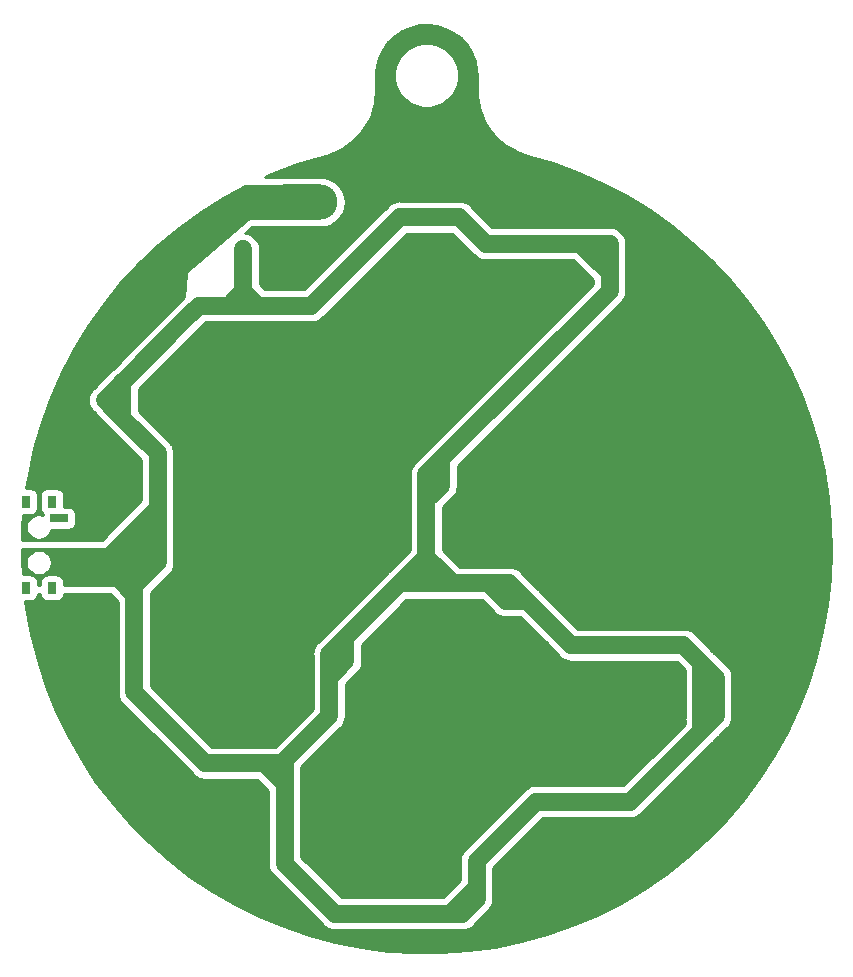
<source format=gbr>
%TF.GenerationSoftware,KiCad,Pcbnew,(5.1.10)-1*%
%TF.CreationDate,2021-10-17T16:41:48+02:00*%
%TF.ProjectId,TVZ_kuglica,54565a5f-6b75-4676-9c69-63612e6b6963,rev?*%
%TF.SameCoordinates,Original*%
%TF.FileFunction,Copper,L2,Bot*%
%TF.FilePolarity,Positive*%
%FSLAX46Y46*%
G04 Gerber Fmt 4.6, Leading zero omitted, Abs format (unit mm)*
G04 Created by KiCad (PCBNEW (5.1.10)-1) date 2021-10-17 16:41:48*
%MOMM*%
%LPD*%
G01*
G04 APERTURE LIST*
%TA.AperFunction,SMDPad,CuDef*%
%ADD10O,6.000000X3.000000*%
%TD*%
%TA.AperFunction,SMDPad,CuDef*%
%ADD11R,1.500000X0.700000*%
%TD*%
%TA.AperFunction,SMDPad,CuDef*%
%ADD12R,0.800000X1.000000*%
%TD*%
%TA.AperFunction,ViaPad*%
%ADD13C,0.800000*%
%TD*%
%TA.AperFunction,Conductor*%
%ADD14C,1.524000*%
%TD*%
%TA.AperFunction,Conductor*%
%ADD15C,0.762000*%
%TD*%
%TA.AperFunction,Conductor*%
%ADD16C,0.254000*%
%TD*%
%TA.AperFunction,Conductor*%
%ADD17C,0.100000*%
%TD*%
G04 APERTURE END LIST*
D10*
%TO.P,BT1,1*%
%TO.N,VCC*%
X126500000Y-70750000D03*
%TO.P,BT1,2*%
%TO.N,GND*%
X145500000Y-70750000D03*
%TD*%
D11*
%TO.P,SW1,1*%
%TO.N,Net-(D1-Pad1)*%
X105930000Y-102000000D03*
%TO.P,SW1,2*%
%TO.N,VCC*%
X105930000Y-99000000D03*
%TO.P,SW1,3*%
%TO.N,Net-(SW1-Pad3)*%
X105930000Y-97500000D03*
D12*
%TO.P,SW1,*%
%TO.N,*%
X103070000Y-103400000D03*
X103070000Y-96100000D03*
X105280000Y-96100000D03*
X105280000Y-103400000D03*
%TD*%
D13*
%TO.N,Net-(D1-Pad1)*%
X144000000Y-103000000D03*
X161500000Y-111000000D03*
X141250000Y-129750000D03*
X109750000Y-87500000D03*
X121500000Y-74750000D03*
X132500000Y-74250000D03*
X152500000Y-74250000D03*
X128750000Y-109000000D03*
X114250000Y-101250000D03*
X115000000Y-115000000D03*
X125000000Y-126750000D03*
X137000000Y-93750000D03*
%TO.N,GND*%
X118500000Y-126000000D03*
X134750000Y-125750000D03*
X135000000Y-133000000D03*
X145250000Y-126250000D03*
X153750000Y-127750000D03*
X155750000Y-76750000D03*
X130750000Y-73250000D03*
X120250000Y-84000000D03*
X126250000Y-93250000D03*
X120250000Y-105250000D03*
X128250000Y-104000000D03*
X108000000Y-107250000D03*
X118000000Y-110250000D03*
X138000000Y-112250000D03*
X149750000Y-117000000D03*
X147000000Y-108250000D03*
X165000000Y-105250000D03*
X161250000Y-117250000D03*
X155250000Y-97750000D03*
X157750000Y-90000000D03*
X139750000Y-100000000D03*
X165500000Y-111000000D03*
X132750000Y-109000000D03*
X148000000Y-103000000D03*
X119000000Y-115000000D03*
X118250000Y-101250000D03*
X145250000Y-129750000D03*
X113750000Y-87500000D03*
X136500000Y-74250000D03*
X156500000Y-74250000D03*
X125500000Y-74750000D03*
X129000000Y-126750000D03*
X141000000Y-93750000D03*
%TD*%
D14*
%TO.N,Net-(D1-Pad1)*%
X115000000Y-115000000D02*
X112250000Y-112250000D01*
X112250000Y-112250000D02*
X112250000Y-103250000D01*
X112250000Y-103250000D02*
X114250000Y-101250000D01*
X114250000Y-95250000D02*
X114250000Y-92000000D01*
X111250000Y-86000000D02*
X111375000Y-85875000D01*
X111375000Y-85875000D02*
X116750000Y-80500000D01*
X109750000Y-87500000D02*
X111375000Y-85875000D01*
X111250000Y-89000000D02*
X111250000Y-86000000D01*
X114250000Y-92000000D02*
X111250000Y-89000000D01*
X111250000Y-89000000D02*
X109750000Y-87500000D01*
X145500000Y-104500000D02*
X143750000Y-104500000D01*
X143750000Y-104500000D02*
X142250000Y-103000000D01*
X144000000Y-103000000D02*
X142250000Y-103000000D01*
X145500000Y-104500000D02*
X144000000Y-103000000D01*
X128750000Y-114250000D02*
X124750000Y-118250000D01*
X118250000Y-118250000D02*
X115000000Y-115000000D01*
X130125000Y-109625000D02*
X128750000Y-111000000D01*
X128750000Y-111000000D02*
X128750000Y-114250000D01*
X128750000Y-109000000D02*
X128750000Y-111000000D01*
X130125000Y-107625000D02*
X130125000Y-109625000D01*
X130125000Y-107625000D02*
X128750000Y-109000000D01*
X134750000Y-72000000D02*
X132500000Y-74250000D01*
X139750000Y-72000000D02*
X134750000Y-72000000D01*
X142000000Y-74250000D02*
X139750000Y-72000000D01*
X117750000Y-79500000D02*
X116750000Y-80500000D01*
X127250000Y-79500000D02*
X132500000Y-74250000D01*
X119500000Y-79500000D02*
X119000000Y-79500000D01*
X117750000Y-79500000D02*
X119500000Y-79500000D01*
X141250000Y-126500000D02*
X146250000Y-121500000D01*
X146250000Y-121500000D02*
X154250000Y-121500000D01*
X154250000Y-121500000D02*
X157250000Y-118500000D01*
X112250000Y-101250000D02*
X114250000Y-99250000D01*
X112250000Y-103250000D02*
X112250000Y-101250000D01*
X114250000Y-99250000D02*
X114250000Y-95250000D01*
X114250000Y-101250000D02*
X114250000Y-99250000D01*
X125000000Y-118500000D02*
X124750000Y-118250000D01*
X123250000Y-118250000D02*
X125000000Y-120000000D01*
X125000000Y-120000000D02*
X125000000Y-118500000D01*
X124750000Y-118250000D02*
X123250000Y-118250000D01*
X125000000Y-126750000D02*
X125000000Y-120000000D01*
X123250000Y-118250000D02*
X118250000Y-118250000D01*
X141250000Y-129750000D02*
X140000000Y-131000000D01*
X129250000Y-131000000D02*
X125000000Y-126750000D01*
X138750000Y-131000000D02*
X139000000Y-131000000D01*
X139000000Y-131000000D02*
X141250000Y-128750000D01*
X141250000Y-128750000D02*
X141250000Y-126500000D01*
X141250000Y-129750000D02*
X141250000Y-128750000D01*
X140000000Y-131000000D02*
X138750000Y-131000000D01*
X138750000Y-131000000D02*
X129250000Y-131000000D01*
X121500000Y-79250000D02*
X121750000Y-79500000D01*
X119500000Y-79500000D02*
X121750000Y-79500000D01*
X119500000Y-79500000D02*
X120250000Y-79500000D01*
X121500000Y-78250000D02*
X121500000Y-79250000D01*
X120250000Y-79500000D02*
X121500000Y-78250000D01*
X121500000Y-74750000D02*
X121500000Y-78250000D01*
X121500000Y-78250000D02*
X122750000Y-79500000D01*
X122750000Y-79500000D02*
X127250000Y-79500000D01*
X121750000Y-79500000D02*
X122750000Y-79500000D01*
X137000000Y-100750000D02*
X134250000Y-103500000D01*
X134250000Y-103500000D02*
X130125000Y-107625000D01*
X134750000Y-103000000D02*
X134250000Y-103500000D01*
X137000000Y-102250000D02*
X137750000Y-103000000D01*
X137750000Y-103000000D02*
X134750000Y-103000000D01*
X137000000Y-100750000D02*
X137000000Y-102250000D01*
X137000000Y-100750000D02*
X139250000Y-103000000D01*
X139250000Y-103000000D02*
X137750000Y-103000000D01*
X142250000Y-103000000D02*
X139250000Y-103000000D01*
X158750000Y-108250000D02*
X159000000Y-108500000D01*
X149250000Y-108250000D02*
X158750000Y-108250000D01*
X145500000Y-104500000D02*
X149250000Y-108250000D01*
X161500000Y-111000000D02*
X161500000Y-114250000D01*
X160250000Y-109750000D02*
X160250000Y-114500000D01*
X161500000Y-114250000D02*
X160750000Y-115000000D01*
X160250000Y-114500000D02*
X160750000Y-115000000D01*
X159000000Y-108500000D02*
X160250000Y-109750000D01*
X160250000Y-109750000D02*
X161500000Y-111000000D01*
X160250000Y-115500000D02*
X160125000Y-115625000D01*
X160250000Y-114500000D02*
X160250000Y-115500000D01*
X160125000Y-115625000D02*
X157250000Y-118500000D01*
X160750000Y-115000000D02*
X160125000Y-115625000D01*
X152250000Y-76500000D02*
X150000000Y-74250000D01*
X152500000Y-76500000D02*
X152250000Y-76500000D01*
X150000000Y-74250000D02*
X142000000Y-74250000D01*
X152500000Y-74250000D02*
X150000000Y-74250000D01*
X152500000Y-78250000D02*
X152500000Y-76500000D01*
X152500000Y-76500000D02*
X152500000Y-74250000D01*
X138250000Y-94750000D02*
X137000000Y-96000000D01*
X138250000Y-92500000D02*
X138250000Y-94750000D01*
X137000000Y-96000000D02*
X137000000Y-100750000D01*
X137000000Y-93750000D02*
X138250000Y-92500000D01*
X137000000Y-93750000D02*
X137000000Y-96000000D01*
X138250000Y-92500000D02*
X152500000Y-78250000D01*
D15*
%TO.N,VCC*%
X105930000Y-99000000D02*
X108750000Y-99000000D01*
X108750000Y-99000000D02*
X109750000Y-98000000D01*
X109750000Y-98000000D02*
X109750000Y-94000000D01*
X109750000Y-94000000D02*
X107250000Y-91500000D01*
X107250000Y-91500000D02*
X107250000Y-86000000D01*
X107250000Y-86000000D02*
X113500000Y-79750000D01*
X113500000Y-79750000D02*
X113500000Y-77000000D01*
X119750000Y-70750000D02*
X126500000Y-70750000D01*
X113500000Y-77000000D02*
X119750000Y-70750000D01*
%TD*%
D16*
%TO.N,GND*%
X137886138Y-55831059D02*
X138610388Y-56053867D01*
X139283738Y-56401409D01*
X139884901Y-56862699D01*
X140394872Y-57423149D01*
X140797540Y-58065057D01*
X141080170Y-58768122D01*
X141236190Y-59521513D01*
X141265000Y-60021169D01*
X141265001Y-61306272D01*
X141266298Y-61319440D01*
X141278413Y-61656049D01*
X141278863Y-61659632D01*
X141278707Y-61663242D01*
X141287438Y-61747410D01*
X141429908Y-62624862D01*
X141435629Y-62647269D01*
X141438736Y-62670183D01*
X141462234Y-62751474D01*
X141757835Y-63589830D01*
X141767433Y-63610870D01*
X141774549Y-63632871D01*
X141812059Y-63708691D01*
X141812071Y-63708717D01*
X141812077Y-63708725D01*
X142251461Y-64481476D01*
X142264630Y-64500478D01*
X142275533Y-64520879D01*
X142325894Y-64588881D01*
X142895182Y-65271616D01*
X142911512Y-65287990D01*
X142925851Y-65306132D01*
X142987458Y-65364142D01*
X143668651Y-65935276D01*
X143687625Y-65948502D01*
X143704950Y-65963817D01*
X143775855Y-66010000D01*
X144547423Y-66451478D01*
X144568436Y-66461133D01*
X144588200Y-66473139D01*
X144666163Y-66506036D01*
X145503715Y-66803905D01*
X145508021Y-66805017D01*
X145525587Y-66811299D01*
X145542755Y-66816572D01*
X147746053Y-67464098D01*
X149878711Y-68247813D01*
X151954729Y-69171140D01*
X153965017Y-70230036D01*
X155900673Y-71419812D01*
X157753239Y-72735268D01*
X159514561Y-74170616D01*
X161176886Y-75719540D01*
X162732884Y-77375207D01*
X164175738Y-79130360D01*
X165499106Y-80977290D01*
X166697162Y-82907865D01*
X167764630Y-84913581D01*
X168696830Y-86985643D01*
X169489658Y-89114933D01*
X170139624Y-91292080D01*
X170643873Y-93507517D01*
X171000188Y-95751501D01*
X171207004Y-98014175D01*
X171263407Y-100285560D01*
X171169153Y-102555700D01*
X170924654Y-104814605D01*
X170530986Y-107052337D01*
X169989882Y-109259064D01*
X169303718Y-111425077D01*
X168475512Y-113540851D01*
X167508906Y-115597090D01*
X166408155Y-117584736D01*
X165178083Y-119495080D01*
X163824120Y-121319689D01*
X162352204Y-123050560D01*
X160768823Y-124680064D01*
X159080926Y-126201055D01*
X157295931Y-127606843D01*
X155421695Y-128891239D01*
X153466456Y-130048599D01*
X151438820Y-131073832D01*
X149347702Y-131962428D01*
X147202263Y-132710493D01*
X145011999Y-133314718D01*
X142786467Y-133772464D01*
X140535523Y-134081705D01*
X138269022Y-134241089D01*
X135996953Y-134249911D01*
X133729262Y-134108134D01*
X131475992Y-133816385D01*
X129246983Y-133375938D01*
X127052076Y-132788738D01*
X124900917Y-132057366D01*
X122802939Y-131185029D01*
X120767401Y-130175574D01*
X118803237Y-129033435D01*
X116919085Y-127763634D01*
X115123223Y-126371749D01*
X113423564Y-124863914D01*
X111827572Y-123246751D01*
X110342263Y-121527368D01*
X108974171Y-119713331D01*
X107729304Y-117812605D01*
X106613144Y-115833557D01*
X105630601Y-113784897D01*
X104785986Y-111675609D01*
X104083026Y-109515005D01*
X103524797Y-107312547D01*
X103113763Y-105077935D01*
X103051083Y-104538072D01*
X103470000Y-104538072D01*
X103594482Y-104525812D01*
X103714180Y-104489502D01*
X103824494Y-104430537D01*
X103921185Y-104351185D01*
X104000537Y-104254494D01*
X104059502Y-104144180D01*
X104095812Y-104024482D01*
X104108072Y-103900000D01*
X104108072Y-103885000D01*
X104241928Y-103885000D01*
X104241928Y-103900000D01*
X104254188Y-104024482D01*
X104290498Y-104144180D01*
X104349463Y-104254494D01*
X104428815Y-104351185D01*
X104525506Y-104430537D01*
X104635820Y-104489502D01*
X104755518Y-104525812D01*
X104880000Y-104538072D01*
X105680000Y-104538072D01*
X105804482Y-104525812D01*
X105924180Y-104489502D01*
X106034494Y-104430537D01*
X106131185Y-104351185D01*
X106210537Y-104254494D01*
X106269502Y-104144180D01*
X106305812Y-104024482D01*
X106318072Y-103900000D01*
X106318072Y-103885000D01*
X110211858Y-103885000D01*
X110853001Y-104617735D01*
X110853000Y-112181375D01*
X110846241Y-112250000D01*
X110860387Y-112393622D01*
X110873214Y-112523859D01*
X110953096Y-112787194D01*
X111082817Y-113029886D01*
X111257392Y-113242607D01*
X111310704Y-113286359D01*
X114060696Y-116036353D01*
X114060707Y-116036362D01*
X117213645Y-119189302D01*
X117257392Y-119242608D01*
X117470113Y-119417183D01*
X117712805Y-119546904D01*
X117954215Y-119620135D01*
X117976140Y-119626786D01*
X118249999Y-119653759D01*
X118318624Y-119647000D01*
X122671345Y-119647000D01*
X123603001Y-120578657D01*
X123603000Y-126681375D01*
X123596241Y-126750000D01*
X123603000Y-126818624D01*
X123623214Y-127023859D01*
X123703096Y-127287194D01*
X123832817Y-127529886D01*
X124007392Y-127742607D01*
X124060705Y-127786360D01*
X128213641Y-131939297D01*
X128257392Y-131992608D01*
X128432381Y-132136217D01*
X128470113Y-132167183D01*
X128712804Y-132296904D01*
X128976140Y-132376786D01*
X129250000Y-132403759D01*
X129318625Y-132397000D01*
X138931375Y-132397000D01*
X139000000Y-132403759D01*
X139068625Y-132397000D01*
X139931375Y-132397000D01*
X140000000Y-132403759D01*
X140068625Y-132397000D01*
X140273860Y-132376786D01*
X140537195Y-132296904D01*
X140779887Y-132167183D01*
X140992608Y-131992608D01*
X141036364Y-131939292D01*
X142189301Y-130786355D01*
X142242607Y-130742608D01*
X142417183Y-130529887D01*
X142546904Y-130287195D01*
X142626786Y-130023860D01*
X142647000Y-129818625D01*
X142647000Y-129818624D01*
X142653759Y-129750000D01*
X142647000Y-129681375D01*
X142647000Y-128818633D01*
X142653760Y-128750000D01*
X142647000Y-128681368D01*
X142647000Y-127078655D01*
X146828656Y-122897000D01*
X154181375Y-122897000D01*
X154250000Y-122903759D01*
X154318625Y-122897000D01*
X154523860Y-122876786D01*
X154787195Y-122796904D01*
X155029887Y-122667183D01*
X155242608Y-122492608D01*
X155286364Y-122439291D01*
X158286353Y-119439303D01*
X158286357Y-119439298D01*
X161161353Y-116564303D01*
X161161358Y-116564297D01*
X161189291Y-116536364D01*
X161242608Y-116492608D01*
X161286362Y-116439293D01*
X161689305Y-116036351D01*
X161742607Y-115992607D01*
X161786354Y-115939302D01*
X161786357Y-115939298D01*
X162439296Y-115286360D01*
X162492608Y-115242608D01*
X162667183Y-115029887D01*
X162796904Y-114787195D01*
X162876786Y-114523860D01*
X162881802Y-114472931D01*
X162903759Y-114250001D01*
X162897000Y-114181376D01*
X162897000Y-111068625D01*
X162903759Y-111000000D01*
X162876786Y-110726140D01*
X162827693Y-110564303D01*
X162796904Y-110462805D01*
X162667183Y-110220113D01*
X162492607Y-110007392D01*
X162439301Y-109963645D01*
X161286359Y-108810704D01*
X161242607Y-108757392D01*
X161189301Y-108713645D01*
X160036357Y-107560702D01*
X160036353Y-107560697D01*
X159786363Y-107310707D01*
X159742608Y-107257392D01*
X159529887Y-107082817D01*
X159287195Y-106953096D01*
X159023860Y-106873214D01*
X158818625Y-106853000D01*
X158750000Y-106846241D01*
X158681375Y-106853000D01*
X149828656Y-106853000D01*
X146536364Y-103560709D01*
X146492608Y-103507392D01*
X146439302Y-103463645D01*
X145036363Y-102060708D01*
X144992608Y-102007392D01*
X144779887Y-101832817D01*
X144537195Y-101703096D01*
X144273860Y-101623214D01*
X144068625Y-101603000D01*
X144000000Y-101596241D01*
X143931375Y-101603000D01*
X142318625Y-101603000D01*
X142250000Y-101596241D01*
X142181375Y-101603000D01*
X139828656Y-101603000D01*
X138397000Y-100171345D01*
X138397000Y-96578655D01*
X139189296Y-95786360D01*
X139242608Y-95742608D01*
X139417183Y-95529887D01*
X139546904Y-95287195D01*
X139626786Y-95023860D01*
X139647000Y-94818625D01*
X139653759Y-94750000D01*
X139647000Y-94681375D01*
X139647000Y-93078655D01*
X153439307Y-79286350D01*
X153492607Y-79242608D01*
X153536354Y-79189303D01*
X153606803Y-79103460D01*
X153667183Y-79029887D01*
X153796904Y-78787195D01*
X153876786Y-78523860D01*
X153882080Y-78470114D01*
X153903759Y-78250001D01*
X153897000Y-78181375D01*
X153897000Y-76568624D01*
X153903759Y-76500000D01*
X153897000Y-76431375D01*
X153897000Y-74318625D01*
X153903759Y-74250000D01*
X153876786Y-73976140D01*
X153796904Y-73712805D01*
X153667183Y-73470113D01*
X153492608Y-73257392D01*
X153279887Y-73082817D01*
X153037195Y-72953096D01*
X152773860Y-72873214D01*
X152568625Y-72853000D01*
X152500000Y-72846241D01*
X152431375Y-72853000D01*
X150068625Y-72853000D01*
X150000000Y-72846241D01*
X149931375Y-72853000D01*
X142578656Y-72853000D01*
X140786364Y-71060709D01*
X140742608Y-71007392D01*
X140529887Y-70832817D01*
X140287195Y-70703096D01*
X140023860Y-70623214D01*
X139818625Y-70603000D01*
X139750000Y-70596241D01*
X139681375Y-70603000D01*
X134818632Y-70603000D01*
X134750000Y-70596240D01*
X134476140Y-70623214D01*
X134212804Y-70703096D01*
X134018967Y-70806704D01*
X133970113Y-70832817D01*
X133757392Y-71007392D01*
X133713641Y-71060704D01*
X131560707Y-73213638D01*
X131560696Y-73213647D01*
X126671345Y-78103000D01*
X123328656Y-78103000D01*
X122897000Y-77671345D01*
X122897000Y-74681375D01*
X122876786Y-74476140D01*
X122796904Y-74212805D01*
X122667183Y-73970113D01*
X122492607Y-73757392D01*
X122279886Y-73582817D01*
X122037194Y-73453096D01*
X121773859Y-73373214D01*
X121676506Y-73363625D01*
X122234902Y-72885000D01*
X128104882Y-72885000D01*
X128418533Y-72854108D01*
X128820982Y-72732026D01*
X129191881Y-72533777D01*
X129516977Y-72266977D01*
X129783777Y-71941881D01*
X129982026Y-71570982D01*
X130104108Y-71168533D01*
X130145330Y-70750000D01*
X130104108Y-70331467D01*
X129982026Y-69929018D01*
X129783777Y-69558119D01*
X129516977Y-69233023D01*
X129191881Y-68966223D01*
X128820982Y-68767974D01*
X128418533Y-68645892D01*
X128104882Y-68615000D01*
X123288837Y-68615000D01*
X123875077Y-68348792D01*
X126001593Y-67548534D01*
X128186747Y-66887862D01*
X128436510Y-66822338D01*
X128452528Y-66817563D01*
X128459226Y-66815987D01*
X128804024Y-66713600D01*
X128807380Y-66712269D01*
X128810916Y-66711517D01*
X128890228Y-66682021D01*
X129704199Y-66324712D01*
X129724464Y-66313571D01*
X129745874Y-66304834D01*
X129818696Y-66261767D01*
X129818710Y-66261759D01*
X129818715Y-66261755D01*
X130556543Y-65765956D01*
X130574511Y-65751406D01*
X130594041Y-65739012D01*
X130658097Y-65683720D01*
X131296470Y-65065093D01*
X131311582Y-65047586D01*
X131328603Y-65031934D01*
X131381840Y-64966192D01*
X131381856Y-64966173D01*
X131381861Y-64966165D01*
X131900590Y-64244277D01*
X131912363Y-64224370D01*
X131926343Y-64205952D01*
X131967109Y-64131800D01*
X132349809Y-63329453D01*
X132357869Y-63307780D01*
X132368369Y-63287173D01*
X132395359Y-63206974D01*
X132629927Y-62349538D01*
X132634022Y-62326778D01*
X132640706Y-62304640D01*
X132653067Y-62220928D01*
X132731782Y-61338949D01*
X132735000Y-61306272D01*
X132735000Y-60032731D01*
X132762021Y-59729963D01*
X134258266Y-59729963D01*
X134258266Y-60270037D01*
X134363629Y-60799734D01*
X134570307Y-61298698D01*
X134870356Y-61747753D01*
X135252247Y-62129644D01*
X135701302Y-62429693D01*
X136200266Y-62636371D01*
X136729963Y-62741734D01*
X137270037Y-62741734D01*
X137799734Y-62636371D01*
X138298698Y-62429693D01*
X138747753Y-62129644D01*
X139129644Y-61747753D01*
X139429693Y-61298698D01*
X139636371Y-60799734D01*
X139741734Y-60270037D01*
X139741734Y-59729963D01*
X139636371Y-59200266D01*
X139429693Y-58701302D01*
X139129644Y-58252247D01*
X138747753Y-57870356D01*
X138298698Y-57570307D01*
X137799734Y-57363629D01*
X137270037Y-57258266D01*
X136729963Y-57258266D01*
X136200266Y-57363629D01*
X135701302Y-57570307D01*
X135252247Y-57870356D01*
X134870356Y-58252247D01*
X134570307Y-58701302D01*
X134363629Y-59200266D01*
X134258266Y-59729963D01*
X132762021Y-59729963D01*
X132805281Y-59245253D01*
X133005231Y-58514357D01*
X133331450Y-57830425D01*
X133773626Y-57215072D01*
X134317789Y-56687741D01*
X134946726Y-56265114D01*
X135640570Y-55960537D01*
X136377386Y-55783643D01*
X137133871Y-55740024D01*
X137886138Y-55831059D01*
%TA.AperFunction,Conductor*%
D17*
G36*
X137886138Y-55831059D02*
G01*
X138610388Y-56053867D01*
X139283738Y-56401409D01*
X139884901Y-56862699D01*
X140394872Y-57423149D01*
X140797540Y-58065057D01*
X141080170Y-58768122D01*
X141236190Y-59521513D01*
X141265000Y-60021169D01*
X141265001Y-61306272D01*
X141266298Y-61319440D01*
X141278413Y-61656049D01*
X141278863Y-61659632D01*
X141278707Y-61663242D01*
X141287438Y-61747410D01*
X141429908Y-62624862D01*
X141435629Y-62647269D01*
X141438736Y-62670183D01*
X141462234Y-62751474D01*
X141757835Y-63589830D01*
X141767433Y-63610870D01*
X141774549Y-63632871D01*
X141812059Y-63708691D01*
X141812071Y-63708717D01*
X141812077Y-63708725D01*
X142251461Y-64481476D01*
X142264630Y-64500478D01*
X142275533Y-64520879D01*
X142325894Y-64588881D01*
X142895182Y-65271616D01*
X142911512Y-65287990D01*
X142925851Y-65306132D01*
X142987458Y-65364142D01*
X143668651Y-65935276D01*
X143687625Y-65948502D01*
X143704950Y-65963817D01*
X143775855Y-66010000D01*
X144547423Y-66451478D01*
X144568436Y-66461133D01*
X144588200Y-66473139D01*
X144666163Y-66506036D01*
X145503715Y-66803905D01*
X145508021Y-66805017D01*
X145525587Y-66811299D01*
X145542755Y-66816572D01*
X147746053Y-67464098D01*
X149878711Y-68247813D01*
X151954729Y-69171140D01*
X153965017Y-70230036D01*
X155900673Y-71419812D01*
X157753239Y-72735268D01*
X159514561Y-74170616D01*
X161176886Y-75719540D01*
X162732884Y-77375207D01*
X164175738Y-79130360D01*
X165499106Y-80977290D01*
X166697162Y-82907865D01*
X167764630Y-84913581D01*
X168696830Y-86985643D01*
X169489658Y-89114933D01*
X170139624Y-91292080D01*
X170643873Y-93507517D01*
X171000188Y-95751501D01*
X171207004Y-98014175D01*
X171263407Y-100285560D01*
X171169153Y-102555700D01*
X170924654Y-104814605D01*
X170530986Y-107052337D01*
X169989882Y-109259064D01*
X169303718Y-111425077D01*
X168475512Y-113540851D01*
X167508906Y-115597090D01*
X166408155Y-117584736D01*
X165178083Y-119495080D01*
X163824120Y-121319689D01*
X162352204Y-123050560D01*
X160768823Y-124680064D01*
X159080926Y-126201055D01*
X157295931Y-127606843D01*
X155421695Y-128891239D01*
X153466456Y-130048599D01*
X151438820Y-131073832D01*
X149347702Y-131962428D01*
X147202263Y-132710493D01*
X145011999Y-133314718D01*
X142786467Y-133772464D01*
X140535523Y-134081705D01*
X138269022Y-134241089D01*
X135996953Y-134249911D01*
X133729262Y-134108134D01*
X131475992Y-133816385D01*
X129246983Y-133375938D01*
X127052076Y-132788738D01*
X124900917Y-132057366D01*
X122802939Y-131185029D01*
X120767401Y-130175574D01*
X118803237Y-129033435D01*
X116919085Y-127763634D01*
X115123223Y-126371749D01*
X113423564Y-124863914D01*
X111827572Y-123246751D01*
X110342263Y-121527368D01*
X108974171Y-119713331D01*
X107729304Y-117812605D01*
X106613144Y-115833557D01*
X105630601Y-113784897D01*
X104785986Y-111675609D01*
X104083026Y-109515005D01*
X103524797Y-107312547D01*
X103113763Y-105077935D01*
X103051083Y-104538072D01*
X103470000Y-104538072D01*
X103594482Y-104525812D01*
X103714180Y-104489502D01*
X103824494Y-104430537D01*
X103921185Y-104351185D01*
X104000537Y-104254494D01*
X104059502Y-104144180D01*
X104095812Y-104024482D01*
X104108072Y-103900000D01*
X104108072Y-103885000D01*
X104241928Y-103885000D01*
X104241928Y-103900000D01*
X104254188Y-104024482D01*
X104290498Y-104144180D01*
X104349463Y-104254494D01*
X104428815Y-104351185D01*
X104525506Y-104430537D01*
X104635820Y-104489502D01*
X104755518Y-104525812D01*
X104880000Y-104538072D01*
X105680000Y-104538072D01*
X105804482Y-104525812D01*
X105924180Y-104489502D01*
X106034494Y-104430537D01*
X106131185Y-104351185D01*
X106210537Y-104254494D01*
X106269502Y-104144180D01*
X106305812Y-104024482D01*
X106318072Y-103900000D01*
X106318072Y-103885000D01*
X110211858Y-103885000D01*
X110853001Y-104617735D01*
X110853000Y-112181375D01*
X110846241Y-112250000D01*
X110860387Y-112393622D01*
X110873214Y-112523859D01*
X110953096Y-112787194D01*
X111082817Y-113029886D01*
X111257392Y-113242607D01*
X111310704Y-113286359D01*
X114060696Y-116036353D01*
X114060707Y-116036362D01*
X117213645Y-119189302D01*
X117257392Y-119242608D01*
X117470113Y-119417183D01*
X117712805Y-119546904D01*
X117954215Y-119620135D01*
X117976140Y-119626786D01*
X118249999Y-119653759D01*
X118318624Y-119647000D01*
X122671345Y-119647000D01*
X123603001Y-120578657D01*
X123603000Y-126681375D01*
X123596241Y-126750000D01*
X123603000Y-126818624D01*
X123623214Y-127023859D01*
X123703096Y-127287194D01*
X123832817Y-127529886D01*
X124007392Y-127742607D01*
X124060705Y-127786360D01*
X128213641Y-131939297D01*
X128257392Y-131992608D01*
X128432381Y-132136217D01*
X128470113Y-132167183D01*
X128712804Y-132296904D01*
X128976140Y-132376786D01*
X129250000Y-132403759D01*
X129318625Y-132397000D01*
X138931375Y-132397000D01*
X139000000Y-132403759D01*
X139068625Y-132397000D01*
X139931375Y-132397000D01*
X140000000Y-132403759D01*
X140068625Y-132397000D01*
X140273860Y-132376786D01*
X140537195Y-132296904D01*
X140779887Y-132167183D01*
X140992608Y-131992608D01*
X141036364Y-131939292D01*
X142189301Y-130786355D01*
X142242607Y-130742608D01*
X142417183Y-130529887D01*
X142546904Y-130287195D01*
X142626786Y-130023860D01*
X142647000Y-129818625D01*
X142647000Y-129818624D01*
X142653759Y-129750000D01*
X142647000Y-129681375D01*
X142647000Y-128818633D01*
X142653760Y-128750000D01*
X142647000Y-128681368D01*
X142647000Y-127078655D01*
X146828656Y-122897000D01*
X154181375Y-122897000D01*
X154250000Y-122903759D01*
X154318625Y-122897000D01*
X154523860Y-122876786D01*
X154787195Y-122796904D01*
X155029887Y-122667183D01*
X155242608Y-122492608D01*
X155286364Y-122439291D01*
X158286353Y-119439303D01*
X158286357Y-119439298D01*
X161161353Y-116564303D01*
X161161358Y-116564297D01*
X161189291Y-116536364D01*
X161242608Y-116492608D01*
X161286362Y-116439293D01*
X161689305Y-116036351D01*
X161742607Y-115992607D01*
X161786354Y-115939302D01*
X161786357Y-115939298D01*
X162439296Y-115286360D01*
X162492608Y-115242608D01*
X162667183Y-115029887D01*
X162796904Y-114787195D01*
X162876786Y-114523860D01*
X162881802Y-114472931D01*
X162903759Y-114250001D01*
X162897000Y-114181376D01*
X162897000Y-111068625D01*
X162903759Y-111000000D01*
X162876786Y-110726140D01*
X162827693Y-110564303D01*
X162796904Y-110462805D01*
X162667183Y-110220113D01*
X162492607Y-110007392D01*
X162439301Y-109963645D01*
X161286359Y-108810704D01*
X161242607Y-108757392D01*
X161189301Y-108713645D01*
X160036357Y-107560702D01*
X160036353Y-107560697D01*
X159786363Y-107310707D01*
X159742608Y-107257392D01*
X159529887Y-107082817D01*
X159287195Y-106953096D01*
X159023860Y-106873214D01*
X158818625Y-106853000D01*
X158750000Y-106846241D01*
X158681375Y-106853000D01*
X149828656Y-106853000D01*
X146536364Y-103560709D01*
X146492608Y-103507392D01*
X146439302Y-103463645D01*
X145036363Y-102060708D01*
X144992608Y-102007392D01*
X144779887Y-101832817D01*
X144537195Y-101703096D01*
X144273860Y-101623214D01*
X144068625Y-101603000D01*
X144000000Y-101596241D01*
X143931375Y-101603000D01*
X142318625Y-101603000D01*
X142250000Y-101596241D01*
X142181375Y-101603000D01*
X139828656Y-101603000D01*
X138397000Y-100171345D01*
X138397000Y-96578655D01*
X139189296Y-95786360D01*
X139242608Y-95742608D01*
X139417183Y-95529887D01*
X139546904Y-95287195D01*
X139626786Y-95023860D01*
X139647000Y-94818625D01*
X139653759Y-94750000D01*
X139647000Y-94681375D01*
X139647000Y-93078655D01*
X153439307Y-79286350D01*
X153492607Y-79242608D01*
X153536354Y-79189303D01*
X153606803Y-79103460D01*
X153667183Y-79029887D01*
X153796904Y-78787195D01*
X153876786Y-78523860D01*
X153882080Y-78470114D01*
X153903759Y-78250001D01*
X153897000Y-78181375D01*
X153897000Y-76568624D01*
X153903759Y-76500000D01*
X153897000Y-76431375D01*
X153897000Y-74318625D01*
X153903759Y-74250000D01*
X153876786Y-73976140D01*
X153796904Y-73712805D01*
X153667183Y-73470113D01*
X153492608Y-73257392D01*
X153279887Y-73082817D01*
X153037195Y-72953096D01*
X152773860Y-72873214D01*
X152568625Y-72853000D01*
X152500000Y-72846241D01*
X152431375Y-72853000D01*
X150068625Y-72853000D01*
X150000000Y-72846241D01*
X149931375Y-72853000D01*
X142578656Y-72853000D01*
X140786364Y-71060709D01*
X140742608Y-71007392D01*
X140529887Y-70832817D01*
X140287195Y-70703096D01*
X140023860Y-70623214D01*
X139818625Y-70603000D01*
X139750000Y-70596241D01*
X139681375Y-70603000D01*
X134818632Y-70603000D01*
X134750000Y-70596240D01*
X134476140Y-70623214D01*
X134212804Y-70703096D01*
X134018967Y-70806704D01*
X133970113Y-70832817D01*
X133757392Y-71007392D01*
X133713641Y-71060704D01*
X131560707Y-73213638D01*
X131560696Y-73213647D01*
X126671345Y-78103000D01*
X123328656Y-78103000D01*
X122897000Y-77671345D01*
X122897000Y-74681375D01*
X122876786Y-74476140D01*
X122796904Y-74212805D01*
X122667183Y-73970113D01*
X122492607Y-73757392D01*
X122279886Y-73582817D01*
X122037194Y-73453096D01*
X121773859Y-73373214D01*
X121676506Y-73363625D01*
X122234902Y-72885000D01*
X128104882Y-72885000D01*
X128418533Y-72854108D01*
X128820982Y-72732026D01*
X129191881Y-72533777D01*
X129516977Y-72266977D01*
X129783777Y-71941881D01*
X129982026Y-71570982D01*
X130104108Y-71168533D01*
X130145330Y-70750000D01*
X130104108Y-70331467D01*
X129982026Y-69929018D01*
X129783777Y-69558119D01*
X129516977Y-69233023D01*
X129191881Y-68966223D01*
X128820982Y-68767974D01*
X128418533Y-68645892D01*
X128104882Y-68615000D01*
X123288837Y-68615000D01*
X123875077Y-68348792D01*
X126001593Y-67548534D01*
X128186747Y-66887862D01*
X128436510Y-66822338D01*
X128452528Y-66817563D01*
X128459226Y-66815987D01*
X128804024Y-66713600D01*
X128807380Y-66712269D01*
X128810916Y-66711517D01*
X128890228Y-66682021D01*
X129704199Y-66324712D01*
X129724464Y-66313571D01*
X129745874Y-66304834D01*
X129818696Y-66261767D01*
X129818710Y-66261759D01*
X129818715Y-66261755D01*
X130556543Y-65765956D01*
X130574511Y-65751406D01*
X130594041Y-65739012D01*
X130658097Y-65683720D01*
X131296470Y-65065093D01*
X131311582Y-65047586D01*
X131328603Y-65031934D01*
X131381840Y-64966192D01*
X131381856Y-64966173D01*
X131381861Y-64966165D01*
X131900590Y-64244277D01*
X131912363Y-64224370D01*
X131926343Y-64205952D01*
X131967109Y-64131800D01*
X132349809Y-63329453D01*
X132357869Y-63307780D01*
X132368369Y-63287173D01*
X132395359Y-63206974D01*
X132629927Y-62349538D01*
X132634022Y-62326778D01*
X132640706Y-62304640D01*
X132653067Y-62220928D01*
X132731782Y-61338949D01*
X132735000Y-61306272D01*
X132735000Y-60032731D01*
X132762021Y-59729963D01*
X134258266Y-59729963D01*
X134258266Y-60270037D01*
X134363629Y-60799734D01*
X134570307Y-61298698D01*
X134870356Y-61747753D01*
X135252247Y-62129644D01*
X135701302Y-62429693D01*
X136200266Y-62636371D01*
X136729963Y-62741734D01*
X137270037Y-62741734D01*
X137799734Y-62636371D01*
X138298698Y-62429693D01*
X138747753Y-62129644D01*
X139129644Y-61747753D01*
X139429693Y-61298698D01*
X139636371Y-60799734D01*
X139741734Y-60270037D01*
X139741734Y-59729963D01*
X139636371Y-59200266D01*
X139429693Y-58701302D01*
X139129644Y-58252247D01*
X138747753Y-57870356D01*
X138298698Y-57570307D01*
X137799734Y-57363629D01*
X137270037Y-57258266D01*
X136729963Y-57258266D01*
X136200266Y-57363629D01*
X135701302Y-57570307D01*
X135252247Y-57870356D01*
X134870356Y-58252247D01*
X134570307Y-58701302D01*
X134363629Y-59200266D01*
X134258266Y-59729963D01*
X132762021Y-59729963D01*
X132805281Y-59245253D01*
X133005231Y-58514357D01*
X133331450Y-57830425D01*
X133773626Y-57215072D01*
X134317789Y-56687741D01*
X134946726Y-56265114D01*
X135640570Y-55960537D01*
X136377386Y-55783643D01*
X137133871Y-55740024D01*
X137886138Y-55831059D01*
G37*
%TD.AperFunction*%
D16*
X137749999Y-104403759D02*
X137818624Y-104397000D01*
X139181367Y-104397000D01*
X139250000Y-104403760D01*
X139318632Y-104397000D01*
X141671344Y-104397000D01*
X142713645Y-105439302D01*
X142757392Y-105492608D01*
X142970113Y-105667183D01*
X143212805Y-105796904D01*
X143431930Y-105863375D01*
X143476140Y-105876786D01*
X143749999Y-105903759D01*
X143818624Y-105897000D01*
X144921345Y-105897000D01*
X148213641Y-109189297D01*
X148257392Y-109242608D01*
X148470113Y-109417183D01*
X148712805Y-109546904D01*
X148956766Y-109620909D01*
X148976140Y-109626786D01*
X149250000Y-109653759D01*
X149318625Y-109647000D01*
X158171345Y-109647000D01*
X158853000Y-110328656D01*
X158853001Y-114431365D01*
X158846241Y-114500000D01*
X158853000Y-114568625D01*
X158853000Y-114921344D01*
X156310702Y-117463643D01*
X156310697Y-117463647D01*
X153671345Y-120103000D01*
X146318625Y-120103000D01*
X146250000Y-120096241D01*
X146181375Y-120103000D01*
X145976140Y-120123214D01*
X145712805Y-120203096D01*
X145470113Y-120332817D01*
X145257392Y-120507392D01*
X145213641Y-120560703D01*
X140310704Y-125463641D01*
X140257393Y-125507392D01*
X140082818Y-125720113D01*
X139972169Y-125927123D01*
X139953097Y-125962805D01*
X139873214Y-126226141D01*
X139846241Y-126500000D01*
X139853001Y-126568634D01*
X139853000Y-128171344D01*
X138421345Y-129603000D01*
X129828656Y-129603000D01*
X126397000Y-126171345D01*
X126397000Y-120068624D01*
X126403759Y-120000000D01*
X126397000Y-119931375D01*
X126397000Y-118578655D01*
X129689302Y-115286355D01*
X129742608Y-115242608D01*
X129917183Y-115029887D01*
X130046904Y-114787195D01*
X130126786Y-114523860D01*
X130131802Y-114472931D01*
X130153759Y-114250001D01*
X130147000Y-114181376D01*
X130147000Y-111578655D01*
X131064296Y-110661360D01*
X131117608Y-110617608D01*
X131292183Y-110404887D01*
X131348164Y-110300153D01*
X131421904Y-110162196D01*
X131501786Y-109898860D01*
X131528759Y-109625000D01*
X131522000Y-109556375D01*
X131522000Y-108203655D01*
X135286353Y-104439303D01*
X135286357Y-104439298D01*
X135328655Y-104397000D01*
X137681374Y-104397000D01*
X137749999Y-104403759D01*
%TA.AperFunction,Conductor*%
D17*
G36*
X137749999Y-104403759D02*
G01*
X137818624Y-104397000D01*
X139181367Y-104397000D01*
X139250000Y-104403760D01*
X139318632Y-104397000D01*
X141671344Y-104397000D01*
X142713645Y-105439302D01*
X142757392Y-105492608D01*
X142970113Y-105667183D01*
X143212805Y-105796904D01*
X143431930Y-105863375D01*
X143476140Y-105876786D01*
X143749999Y-105903759D01*
X143818624Y-105897000D01*
X144921345Y-105897000D01*
X148213641Y-109189297D01*
X148257392Y-109242608D01*
X148470113Y-109417183D01*
X148712805Y-109546904D01*
X148956766Y-109620909D01*
X148976140Y-109626786D01*
X149250000Y-109653759D01*
X149318625Y-109647000D01*
X158171345Y-109647000D01*
X158853000Y-110328656D01*
X158853001Y-114431365D01*
X158846241Y-114500000D01*
X158853000Y-114568625D01*
X158853000Y-114921344D01*
X156310702Y-117463643D01*
X156310697Y-117463647D01*
X153671345Y-120103000D01*
X146318625Y-120103000D01*
X146250000Y-120096241D01*
X146181375Y-120103000D01*
X145976140Y-120123214D01*
X145712805Y-120203096D01*
X145470113Y-120332817D01*
X145257392Y-120507392D01*
X145213641Y-120560703D01*
X140310704Y-125463641D01*
X140257393Y-125507392D01*
X140082818Y-125720113D01*
X139972169Y-125927123D01*
X139953097Y-125962805D01*
X139873214Y-126226141D01*
X139846241Y-126500000D01*
X139853001Y-126568634D01*
X139853000Y-128171344D01*
X138421345Y-129603000D01*
X129828656Y-129603000D01*
X126397000Y-126171345D01*
X126397000Y-120068624D01*
X126403759Y-120000000D01*
X126397000Y-119931375D01*
X126397000Y-118578655D01*
X129689302Y-115286355D01*
X129742608Y-115242608D01*
X129917183Y-115029887D01*
X130046904Y-114787195D01*
X130126786Y-114523860D01*
X130131802Y-114472931D01*
X130153759Y-114250001D01*
X130147000Y-114181376D01*
X130147000Y-111578655D01*
X131064296Y-110661360D01*
X131117608Y-110617608D01*
X131292183Y-110404887D01*
X131348164Y-110300153D01*
X131421904Y-110162196D01*
X131501786Y-109898860D01*
X131528759Y-109625000D01*
X131522000Y-109556375D01*
X131522000Y-108203655D01*
X135286353Y-104439303D01*
X135286357Y-104439298D01*
X135328655Y-104397000D01*
X137681374Y-104397000D01*
X137749999Y-104403759D01*
G37*
%TD.AperFunction*%
D16*
X140963641Y-75189296D02*
X141007392Y-75242608D01*
X141211085Y-75409774D01*
X141220113Y-75417183D01*
X141462804Y-75546904D01*
X141726140Y-75626786D01*
X142000000Y-75653760D01*
X142068632Y-75647000D01*
X149421345Y-75647000D01*
X151103000Y-77328656D01*
X151103000Y-77671343D01*
X137310705Y-91463640D01*
X137257392Y-91507393D01*
X137213646Y-91560698D01*
X136060704Y-92713641D01*
X136007392Y-92757393D01*
X135832817Y-92970114D01*
X135703096Y-93212806D01*
X135641103Y-93417169D01*
X135623214Y-93476141D01*
X135596241Y-93750000D01*
X135603000Y-93818625D01*
X135603001Y-95931366D01*
X135596241Y-96000000D01*
X135603000Y-96068625D01*
X135603001Y-100171342D01*
X133810707Y-101963638D01*
X133757392Y-102007392D01*
X133713636Y-102060709D01*
X133310703Y-102463642D01*
X133310697Y-102463647D01*
X129185705Y-106588640D01*
X129132392Y-106632393D01*
X129088646Y-106685698D01*
X127810704Y-107963641D01*
X127757392Y-108007393D01*
X127582817Y-108220114D01*
X127453096Y-108462806D01*
X127406138Y-108617607D01*
X127373214Y-108726141D01*
X127346241Y-109000000D01*
X127353000Y-109068625D01*
X127353001Y-110931366D01*
X127346241Y-111000000D01*
X127353000Y-111068625D01*
X127353001Y-113671342D01*
X124171345Y-116853000D01*
X123318625Y-116853000D01*
X123250000Y-116846241D01*
X123181375Y-116853000D01*
X118828657Y-116853000D01*
X116036362Y-114060707D01*
X116036353Y-114060696D01*
X113647000Y-111671345D01*
X113647000Y-103828655D01*
X115189306Y-102286351D01*
X115242607Y-102242608D01*
X115287819Y-102187518D01*
X115353730Y-102107204D01*
X115417183Y-102029887D01*
X115546904Y-101787195D01*
X115626786Y-101523860D01*
X115647000Y-101318625D01*
X115647000Y-101318624D01*
X115653759Y-101250001D01*
X115647000Y-101181375D01*
X115647000Y-99318624D01*
X115653759Y-99250001D01*
X115647000Y-99181375D01*
X115647000Y-92068625D01*
X115653759Y-92000000D01*
X115637171Y-91831575D01*
X115626786Y-91726140D01*
X115573325Y-91549902D01*
X115546904Y-91462804D01*
X115417183Y-91220113D01*
X115403218Y-91203097D01*
X115242608Y-91007392D01*
X115189297Y-90963641D01*
X112647000Y-88421345D01*
X112647000Y-86578655D01*
X117786353Y-81439303D01*
X117786357Y-81439298D01*
X118328656Y-80897000D01*
X120181375Y-80897000D01*
X120250000Y-80903759D01*
X120318625Y-80897000D01*
X121681375Y-80897000D01*
X121749999Y-80903759D01*
X121818624Y-80897000D01*
X122681375Y-80897000D01*
X122750000Y-80903759D01*
X122818625Y-80897000D01*
X127181375Y-80897000D01*
X127250000Y-80903759D01*
X127318625Y-80897000D01*
X127523860Y-80876786D01*
X127787195Y-80796904D01*
X128029887Y-80667183D01*
X128242608Y-80492608D01*
X128286364Y-80439291D01*
X133536353Y-75189304D01*
X133536362Y-75189293D01*
X135328656Y-73397000D01*
X139171345Y-73397000D01*
X140963641Y-75189296D01*
%TA.AperFunction,Conductor*%
D17*
G36*
X140963641Y-75189296D02*
G01*
X141007392Y-75242608D01*
X141211085Y-75409774D01*
X141220113Y-75417183D01*
X141462804Y-75546904D01*
X141726140Y-75626786D01*
X142000000Y-75653760D01*
X142068632Y-75647000D01*
X149421345Y-75647000D01*
X151103000Y-77328656D01*
X151103000Y-77671343D01*
X137310705Y-91463640D01*
X137257392Y-91507393D01*
X137213646Y-91560698D01*
X136060704Y-92713641D01*
X136007392Y-92757393D01*
X135832817Y-92970114D01*
X135703096Y-93212806D01*
X135641103Y-93417169D01*
X135623214Y-93476141D01*
X135596241Y-93750000D01*
X135603000Y-93818625D01*
X135603001Y-95931366D01*
X135596241Y-96000000D01*
X135603000Y-96068625D01*
X135603001Y-100171342D01*
X133810707Y-101963638D01*
X133757392Y-102007392D01*
X133713636Y-102060709D01*
X133310703Y-102463642D01*
X133310697Y-102463647D01*
X129185705Y-106588640D01*
X129132392Y-106632393D01*
X129088646Y-106685698D01*
X127810704Y-107963641D01*
X127757392Y-108007393D01*
X127582817Y-108220114D01*
X127453096Y-108462806D01*
X127406138Y-108617607D01*
X127373214Y-108726141D01*
X127346241Y-109000000D01*
X127353000Y-109068625D01*
X127353001Y-110931366D01*
X127346241Y-111000000D01*
X127353000Y-111068625D01*
X127353001Y-113671342D01*
X124171345Y-116853000D01*
X123318625Y-116853000D01*
X123250000Y-116846241D01*
X123181375Y-116853000D01*
X118828657Y-116853000D01*
X116036362Y-114060707D01*
X116036353Y-114060696D01*
X113647000Y-111671345D01*
X113647000Y-103828655D01*
X115189306Y-102286351D01*
X115242607Y-102242608D01*
X115287819Y-102187518D01*
X115353730Y-102107204D01*
X115417183Y-102029887D01*
X115546904Y-101787195D01*
X115626786Y-101523860D01*
X115647000Y-101318625D01*
X115647000Y-101318624D01*
X115653759Y-101250001D01*
X115647000Y-101181375D01*
X115647000Y-99318624D01*
X115653759Y-99250001D01*
X115647000Y-99181375D01*
X115647000Y-92068625D01*
X115653759Y-92000000D01*
X115637171Y-91831575D01*
X115626786Y-91726140D01*
X115573325Y-91549902D01*
X115546904Y-91462804D01*
X115417183Y-91220113D01*
X115403218Y-91203097D01*
X115242608Y-91007392D01*
X115189297Y-90963641D01*
X112647000Y-88421345D01*
X112647000Y-86578655D01*
X117786353Y-81439303D01*
X117786357Y-81439298D01*
X118328656Y-80897000D01*
X120181375Y-80897000D01*
X120250000Y-80903759D01*
X120318625Y-80897000D01*
X121681375Y-80897000D01*
X121749999Y-80903759D01*
X121818624Y-80897000D01*
X122681375Y-80897000D01*
X122750000Y-80903759D01*
X122818625Y-80897000D01*
X127181375Y-80897000D01*
X127250000Y-80903759D01*
X127318625Y-80897000D01*
X127523860Y-80876786D01*
X127787195Y-80796904D01*
X128029887Y-80667183D01*
X128242608Y-80492608D01*
X128286364Y-80439291D01*
X133536353Y-75189304D01*
X133536362Y-75189293D01*
X135328656Y-73397000D01*
X139171345Y-73397000D01*
X140963641Y-75189296D01*
G37*
%TD.AperFunction*%
%TD*%
D16*
%TO.N,VCC*%
X124873000Y-72123000D02*
X122000000Y-72123000D01*
X121975224Y-72125440D01*
X121951399Y-72132667D01*
X121929443Y-72144403D01*
X121917349Y-72153574D01*
X116667349Y-76653574D01*
X116650126Y-76671552D01*
X116636740Y-76692543D01*
X116627707Y-76715743D01*
X116623247Y-76742078D01*
X116495979Y-78778365D01*
X115810702Y-79463643D01*
X115810697Y-79463647D01*
X110435702Y-84838643D01*
X110435697Y-84838647D01*
X110310699Y-84963645D01*
X110257393Y-85007392D01*
X110213646Y-85060698D01*
X108810698Y-86463647D01*
X108757393Y-86507393D01*
X108679676Y-86602092D01*
X108582818Y-86720114D01*
X108453097Y-86962805D01*
X108373214Y-87226141D01*
X108346241Y-87500000D01*
X108373214Y-87773859D01*
X108453097Y-88037195D01*
X108582818Y-88279886D01*
X108757393Y-88492607D01*
X108810698Y-88536353D01*
X110213649Y-89939306D01*
X110257392Y-89992607D01*
X110310694Y-90036351D01*
X110310696Y-90036353D01*
X110310707Y-90036362D01*
X112853001Y-92578657D01*
X112853000Y-95318624D01*
X112853001Y-95318634D01*
X112853001Y-95998973D01*
X109486974Y-99365000D01*
X102760092Y-99365000D01*
X102778607Y-98279882D01*
X102790035Y-98143137D01*
X103085000Y-98143137D01*
X103085000Y-98356863D01*
X103126696Y-98566483D01*
X103208485Y-98763940D01*
X103327225Y-98941647D01*
X103478353Y-99092775D01*
X103656060Y-99211515D01*
X103853517Y-99293304D01*
X104063137Y-99335000D01*
X104276863Y-99335000D01*
X104486483Y-99293304D01*
X104683940Y-99211515D01*
X104861647Y-99092775D01*
X105012775Y-98941647D01*
X105131515Y-98763940D01*
X105213304Y-98566483D01*
X105228901Y-98488072D01*
X106680000Y-98488072D01*
X106804482Y-98475812D01*
X106924180Y-98439502D01*
X107034494Y-98380537D01*
X107131185Y-98301185D01*
X107210537Y-98204494D01*
X107269502Y-98094180D01*
X107305812Y-97974482D01*
X107318072Y-97850000D01*
X107318072Y-97150000D01*
X107305812Y-97025518D01*
X107269502Y-96905820D01*
X107210537Y-96795506D01*
X107131185Y-96698815D01*
X107034494Y-96619463D01*
X106924180Y-96560498D01*
X106804482Y-96524188D01*
X106680000Y-96511928D01*
X106318072Y-96511928D01*
X106318072Y-95600000D01*
X106305812Y-95475518D01*
X106269502Y-95355820D01*
X106210537Y-95245506D01*
X106131185Y-95148815D01*
X106034494Y-95069463D01*
X105924180Y-95010498D01*
X105804482Y-94974188D01*
X105680000Y-94961928D01*
X104880000Y-94961928D01*
X104755518Y-94974188D01*
X104635820Y-95010498D01*
X104525506Y-95069463D01*
X104428815Y-95148815D01*
X104349463Y-95245506D01*
X104290498Y-95355820D01*
X104254188Y-95475518D01*
X104241928Y-95600000D01*
X104241928Y-96600000D01*
X104254188Y-96724482D01*
X104290498Y-96844180D01*
X104349463Y-96954494D01*
X104428815Y-97051185D01*
X104525506Y-97130537D01*
X104542928Y-97139849D01*
X104541928Y-97150000D01*
X104541928Y-97229662D01*
X104486483Y-97206696D01*
X104276863Y-97165000D01*
X104063137Y-97165000D01*
X103853517Y-97206696D01*
X103656060Y-97288485D01*
X103478353Y-97407225D01*
X103327225Y-97558353D01*
X103208485Y-97736060D01*
X103126696Y-97933517D01*
X103085000Y-98143137D01*
X102790035Y-98143137D01*
X102865678Y-97238072D01*
X103470000Y-97238072D01*
X103594482Y-97225812D01*
X103714180Y-97189502D01*
X103824494Y-97130537D01*
X103921185Y-97051185D01*
X104000537Y-96954494D01*
X104059502Y-96844180D01*
X104095812Y-96724482D01*
X104108072Y-96600000D01*
X104108072Y-95600000D01*
X104095812Y-95475518D01*
X104059502Y-95355820D01*
X104000537Y-95245506D01*
X103921185Y-95148815D01*
X103824494Y-95069463D01*
X103714180Y-95010498D01*
X103594482Y-94974188D01*
X103470000Y-94961928D01*
X103126785Y-94961928D01*
X103306719Y-93768999D01*
X103793749Y-91549706D01*
X104426782Y-89367594D01*
X105203052Y-87232203D01*
X106119133Y-85152960D01*
X107170992Y-83139015D01*
X108354015Y-81199200D01*
X109663000Y-79342048D01*
X111092189Y-77575730D01*
X112635284Y-75908027D01*
X114285522Y-74346247D01*
X116035631Y-72897273D01*
X117877934Y-71567463D01*
X119804304Y-70362683D01*
X121640863Y-69377000D01*
X124873000Y-69377000D01*
X124873000Y-72123000D01*
%TA.AperFunction,Conductor*%
D17*
G36*
X124873000Y-72123000D02*
G01*
X122000000Y-72123000D01*
X121975224Y-72125440D01*
X121951399Y-72132667D01*
X121929443Y-72144403D01*
X121917349Y-72153574D01*
X116667349Y-76653574D01*
X116650126Y-76671552D01*
X116636740Y-76692543D01*
X116627707Y-76715743D01*
X116623247Y-76742078D01*
X116495979Y-78778365D01*
X115810702Y-79463643D01*
X115810697Y-79463647D01*
X110435702Y-84838643D01*
X110435697Y-84838647D01*
X110310699Y-84963645D01*
X110257393Y-85007392D01*
X110213646Y-85060698D01*
X108810698Y-86463647D01*
X108757393Y-86507393D01*
X108679676Y-86602092D01*
X108582818Y-86720114D01*
X108453097Y-86962805D01*
X108373214Y-87226141D01*
X108346241Y-87500000D01*
X108373214Y-87773859D01*
X108453097Y-88037195D01*
X108582818Y-88279886D01*
X108757393Y-88492607D01*
X108810698Y-88536353D01*
X110213649Y-89939306D01*
X110257392Y-89992607D01*
X110310694Y-90036351D01*
X110310696Y-90036353D01*
X110310707Y-90036362D01*
X112853001Y-92578657D01*
X112853000Y-95318624D01*
X112853001Y-95318634D01*
X112853001Y-95998973D01*
X109486974Y-99365000D01*
X102760092Y-99365000D01*
X102778607Y-98279882D01*
X102790035Y-98143137D01*
X103085000Y-98143137D01*
X103085000Y-98356863D01*
X103126696Y-98566483D01*
X103208485Y-98763940D01*
X103327225Y-98941647D01*
X103478353Y-99092775D01*
X103656060Y-99211515D01*
X103853517Y-99293304D01*
X104063137Y-99335000D01*
X104276863Y-99335000D01*
X104486483Y-99293304D01*
X104683940Y-99211515D01*
X104861647Y-99092775D01*
X105012775Y-98941647D01*
X105131515Y-98763940D01*
X105213304Y-98566483D01*
X105228901Y-98488072D01*
X106680000Y-98488072D01*
X106804482Y-98475812D01*
X106924180Y-98439502D01*
X107034494Y-98380537D01*
X107131185Y-98301185D01*
X107210537Y-98204494D01*
X107269502Y-98094180D01*
X107305812Y-97974482D01*
X107318072Y-97850000D01*
X107318072Y-97150000D01*
X107305812Y-97025518D01*
X107269502Y-96905820D01*
X107210537Y-96795506D01*
X107131185Y-96698815D01*
X107034494Y-96619463D01*
X106924180Y-96560498D01*
X106804482Y-96524188D01*
X106680000Y-96511928D01*
X106318072Y-96511928D01*
X106318072Y-95600000D01*
X106305812Y-95475518D01*
X106269502Y-95355820D01*
X106210537Y-95245506D01*
X106131185Y-95148815D01*
X106034494Y-95069463D01*
X105924180Y-95010498D01*
X105804482Y-94974188D01*
X105680000Y-94961928D01*
X104880000Y-94961928D01*
X104755518Y-94974188D01*
X104635820Y-95010498D01*
X104525506Y-95069463D01*
X104428815Y-95148815D01*
X104349463Y-95245506D01*
X104290498Y-95355820D01*
X104254188Y-95475518D01*
X104241928Y-95600000D01*
X104241928Y-96600000D01*
X104254188Y-96724482D01*
X104290498Y-96844180D01*
X104349463Y-96954494D01*
X104428815Y-97051185D01*
X104525506Y-97130537D01*
X104542928Y-97139849D01*
X104541928Y-97150000D01*
X104541928Y-97229662D01*
X104486483Y-97206696D01*
X104276863Y-97165000D01*
X104063137Y-97165000D01*
X103853517Y-97206696D01*
X103656060Y-97288485D01*
X103478353Y-97407225D01*
X103327225Y-97558353D01*
X103208485Y-97736060D01*
X103126696Y-97933517D01*
X103085000Y-98143137D01*
X102790035Y-98143137D01*
X102865678Y-97238072D01*
X103470000Y-97238072D01*
X103594482Y-97225812D01*
X103714180Y-97189502D01*
X103824494Y-97130537D01*
X103921185Y-97051185D01*
X104000537Y-96954494D01*
X104059502Y-96844180D01*
X104095812Y-96724482D01*
X104108072Y-96600000D01*
X104108072Y-95600000D01*
X104095812Y-95475518D01*
X104059502Y-95355820D01*
X104000537Y-95245506D01*
X103921185Y-95148815D01*
X103824494Y-95069463D01*
X103714180Y-95010498D01*
X103594482Y-94974188D01*
X103470000Y-94961928D01*
X103126785Y-94961928D01*
X103306719Y-93768999D01*
X103793749Y-91549706D01*
X104426782Y-89367594D01*
X105203052Y-87232203D01*
X106119133Y-85152960D01*
X107170992Y-83139015D01*
X108354015Y-81199200D01*
X109663000Y-79342048D01*
X111092189Y-77575730D01*
X112635284Y-75908027D01*
X114285522Y-74346247D01*
X116035631Y-72897273D01*
X117877934Y-71567463D01*
X119804304Y-70362683D01*
X121640863Y-69377000D01*
X124873000Y-69377000D01*
X124873000Y-72123000D01*
G37*
%TD.AperFunction*%
%TD*%
D16*
%TO.N,Net-(D1-Pad1)*%
X114123000Y-101197394D02*
X112160197Y-103160197D01*
X112144403Y-103179443D01*
X112132667Y-103201399D01*
X112125440Y-103225224D01*
X112123000Y-103250000D01*
X112123000Y-104911996D01*
X110595577Y-103166370D01*
X110577425Y-103149331D01*
X110556298Y-103136160D01*
X110533007Y-103127364D01*
X110500000Y-103123000D01*
X106318072Y-103123000D01*
X106318072Y-102900000D01*
X106305812Y-102775518D01*
X106269502Y-102655820D01*
X106210537Y-102545506D01*
X106131185Y-102448815D01*
X106034494Y-102369463D01*
X105924180Y-102310498D01*
X105804482Y-102274188D01*
X105680000Y-102261928D01*
X104880000Y-102261928D01*
X104755518Y-102274188D01*
X104635820Y-102310498D01*
X104525506Y-102369463D01*
X104428815Y-102448815D01*
X104349463Y-102545506D01*
X104290498Y-102655820D01*
X104254188Y-102775518D01*
X104241928Y-102900000D01*
X104241928Y-103123000D01*
X104108072Y-103123000D01*
X104108072Y-102900000D01*
X104095812Y-102775518D01*
X104059502Y-102655820D01*
X104000537Y-102545506D01*
X103921185Y-102448815D01*
X103824494Y-102369463D01*
X103714180Y-102310498D01*
X103594482Y-102274188D01*
X103470000Y-102261928D01*
X102824164Y-102261928D01*
X102769006Y-101143137D01*
X103085000Y-101143137D01*
X103085000Y-101356863D01*
X103126696Y-101566483D01*
X103208485Y-101763940D01*
X103327225Y-101941647D01*
X103478353Y-102092775D01*
X103656060Y-102211515D01*
X103853517Y-102293304D01*
X104063137Y-102335000D01*
X104276863Y-102335000D01*
X104486483Y-102293304D01*
X104683940Y-102211515D01*
X104861647Y-102092775D01*
X105012775Y-101941647D01*
X105131515Y-101763940D01*
X105213304Y-101566483D01*
X105255000Y-101356863D01*
X105255000Y-101143137D01*
X105213304Y-100933517D01*
X105131515Y-100736060D01*
X105012775Y-100558353D01*
X104861647Y-100407225D01*
X104683940Y-100288485D01*
X104486483Y-100206696D01*
X104276863Y-100165000D01*
X104063137Y-100165000D01*
X103853517Y-100206696D01*
X103656060Y-100288485D01*
X103478353Y-100407225D01*
X103327225Y-100558353D01*
X103208485Y-100736060D01*
X103126696Y-100933517D01*
X103085000Y-101143137D01*
X102769006Y-101143137D01*
X102739845Y-100551658D01*
X102747091Y-100127000D01*
X109750000Y-100127000D01*
X109774776Y-100124560D01*
X109798601Y-100117333D01*
X109820557Y-100105597D01*
X109839803Y-100089803D01*
X114123000Y-95806606D01*
X114123000Y-101197394D01*
%TA.AperFunction,Conductor*%
D17*
G36*
X114123000Y-101197394D02*
G01*
X112160197Y-103160197D01*
X112144403Y-103179443D01*
X112132667Y-103201399D01*
X112125440Y-103225224D01*
X112123000Y-103250000D01*
X112123000Y-104911996D01*
X110595577Y-103166370D01*
X110577425Y-103149331D01*
X110556298Y-103136160D01*
X110533007Y-103127364D01*
X110500000Y-103123000D01*
X106318072Y-103123000D01*
X106318072Y-102900000D01*
X106305812Y-102775518D01*
X106269502Y-102655820D01*
X106210537Y-102545506D01*
X106131185Y-102448815D01*
X106034494Y-102369463D01*
X105924180Y-102310498D01*
X105804482Y-102274188D01*
X105680000Y-102261928D01*
X104880000Y-102261928D01*
X104755518Y-102274188D01*
X104635820Y-102310498D01*
X104525506Y-102369463D01*
X104428815Y-102448815D01*
X104349463Y-102545506D01*
X104290498Y-102655820D01*
X104254188Y-102775518D01*
X104241928Y-102900000D01*
X104241928Y-103123000D01*
X104108072Y-103123000D01*
X104108072Y-102900000D01*
X104095812Y-102775518D01*
X104059502Y-102655820D01*
X104000537Y-102545506D01*
X103921185Y-102448815D01*
X103824494Y-102369463D01*
X103714180Y-102310498D01*
X103594482Y-102274188D01*
X103470000Y-102261928D01*
X102824164Y-102261928D01*
X102769006Y-101143137D01*
X103085000Y-101143137D01*
X103085000Y-101356863D01*
X103126696Y-101566483D01*
X103208485Y-101763940D01*
X103327225Y-101941647D01*
X103478353Y-102092775D01*
X103656060Y-102211515D01*
X103853517Y-102293304D01*
X104063137Y-102335000D01*
X104276863Y-102335000D01*
X104486483Y-102293304D01*
X104683940Y-102211515D01*
X104861647Y-102092775D01*
X105012775Y-101941647D01*
X105131515Y-101763940D01*
X105213304Y-101566483D01*
X105255000Y-101356863D01*
X105255000Y-101143137D01*
X105213304Y-100933517D01*
X105131515Y-100736060D01*
X105012775Y-100558353D01*
X104861647Y-100407225D01*
X104683940Y-100288485D01*
X104486483Y-100206696D01*
X104276863Y-100165000D01*
X104063137Y-100165000D01*
X103853517Y-100206696D01*
X103656060Y-100288485D01*
X103478353Y-100407225D01*
X103327225Y-100558353D01*
X103208485Y-100736060D01*
X103126696Y-100933517D01*
X103085000Y-101143137D01*
X102769006Y-101143137D01*
X102739845Y-100551658D01*
X102747091Y-100127000D01*
X109750000Y-100127000D01*
X109774776Y-100124560D01*
X109798601Y-100117333D01*
X109820557Y-100105597D01*
X109839803Y-100089803D01*
X114123000Y-95806606D01*
X114123000Y-101197394D01*
G37*
%TD.AperFunction*%
%TD*%
M02*

</source>
